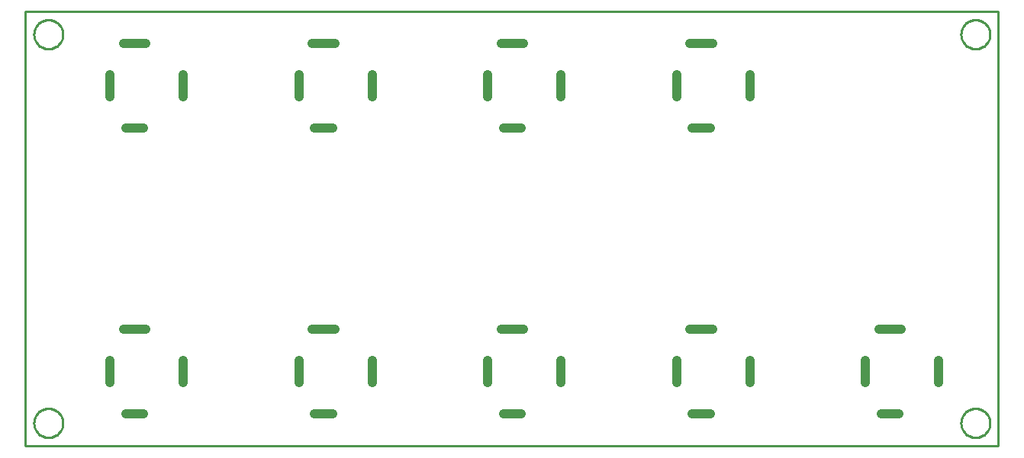
<source format=gko>
G04 EAGLE Gerber RS-274X export*
G75*
%MOMM*%
%FSLAX34Y34*%
%LPD*%
%INBoard Outline*%
%IPPOS*%
%AMOC8*
5,1,8,0,0,1.08239X$1,22.5*%
G01*
%ADD10C,0.000000*%
%ADD11C,1.000000*%
%ADD12C,0.254000*%


D10*
X1079500Y0D02*
X1079500Y482600D01*
X0Y482600D01*
X0Y0D01*
X1079500Y0D01*
X9334Y457200D02*
X9339Y457594D01*
X9353Y457988D01*
X9378Y458382D01*
X9411Y458775D01*
X9455Y459167D01*
X9508Y459557D01*
X9571Y459947D01*
X9643Y460334D01*
X9724Y460720D01*
X9815Y461104D01*
X9916Y461485D01*
X10026Y461864D01*
X10145Y462240D01*
X10273Y462612D01*
X10411Y462982D01*
X10557Y463348D01*
X10712Y463711D01*
X10877Y464069D01*
X11049Y464423D01*
X11231Y464773D01*
X11421Y465119D01*
X11620Y465460D01*
X11827Y465795D01*
X12042Y466126D01*
X12265Y466451D01*
X12496Y466771D01*
X12734Y467084D01*
X12981Y467392D01*
X13235Y467694D01*
X13496Y467989D01*
X13764Y468278D01*
X14040Y468560D01*
X14322Y468836D01*
X14611Y469104D01*
X14906Y469365D01*
X15208Y469619D01*
X15516Y469866D01*
X15829Y470104D01*
X16149Y470335D01*
X16474Y470558D01*
X16805Y470773D01*
X17140Y470980D01*
X17481Y471179D01*
X17827Y471369D01*
X18177Y471551D01*
X18531Y471723D01*
X18889Y471888D01*
X19252Y472043D01*
X19618Y472189D01*
X19988Y472327D01*
X20360Y472455D01*
X20736Y472574D01*
X21115Y472684D01*
X21496Y472785D01*
X21880Y472876D01*
X22266Y472957D01*
X22653Y473029D01*
X23043Y473092D01*
X23433Y473145D01*
X23825Y473189D01*
X24218Y473222D01*
X24612Y473247D01*
X25006Y473261D01*
X25400Y473266D01*
X25794Y473261D01*
X26188Y473247D01*
X26582Y473222D01*
X26975Y473189D01*
X27367Y473145D01*
X27757Y473092D01*
X28147Y473029D01*
X28534Y472957D01*
X28920Y472876D01*
X29304Y472785D01*
X29685Y472684D01*
X30064Y472574D01*
X30440Y472455D01*
X30812Y472327D01*
X31182Y472189D01*
X31548Y472043D01*
X31911Y471888D01*
X32269Y471723D01*
X32623Y471551D01*
X32973Y471369D01*
X33319Y471179D01*
X33660Y470980D01*
X33995Y470773D01*
X34326Y470558D01*
X34651Y470335D01*
X34971Y470104D01*
X35284Y469866D01*
X35592Y469619D01*
X35894Y469365D01*
X36189Y469104D01*
X36478Y468836D01*
X36760Y468560D01*
X37036Y468278D01*
X37304Y467989D01*
X37565Y467694D01*
X37819Y467392D01*
X38066Y467084D01*
X38304Y466771D01*
X38535Y466451D01*
X38758Y466126D01*
X38973Y465795D01*
X39180Y465460D01*
X39379Y465119D01*
X39569Y464773D01*
X39751Y464423D01*
X39923Y464069D01*
X40088Y463711D01*
X40243Y463348D01*
X40389Y462982D01*
X40527Y462612D01*
X40655Y462240D01*
X40774Y461864D01*
X40884Y461485D01*
X40985Y461104D01*
X41076Y460720D01*
X41157Y460334D01*
X41229Y459947D01*
X41292Y459557D01*
X41345Y459167D01*
X41389Y458775D01*
X41422Y458382D01*
X41447Y457988D01*
X41461Y457594D01*
X41466Y457200D01*
X41461Y456806D01*
X41447Y456412D01*
X41422Y456018D01*
X41389Y455625D01*
X41345Y455233D01*
X41292Y454843D01*
X41229Y454453D01*
X41157Y454066D01*
X41076Y453680D01*
X40985Y453296D01*
X40884Y452915D01*
X40774Y452536D01*
X40655Y452160D01*
X40527Y451788D01*
X40389Y451418D01*
X40243Y451052D01*
X40088Y450689D01*
X39923Y450331D01*
X39751Y449977D01*
X39569Y449627D01*
X39379Y449281D01*
X39180Y448940D01*
X38973Y448605D01*
X38758Y448274D01*
X38535Y447949D01*
X38304Y447629D01*
X38066Y447316D01*
X37819Y447008D01*
X37565Y446706D01*
X37304Y446411D01*
X37036Y446122D01*
X36760Y445840D01*
X36478Y445564D01*
X36189Y445296D01*
X35894Y445035D01*
X35592Y444781D01*
X35284Y444534D01*
X34971Y444296D01*
X34651Y444065D01*
X34326Y443842D01*
X33995Y443627D01*
X33660Y443420D01*
X33319Y443221D01*
X32973Y443031D01*
X32623Y442849D01*
X32269Y442677D01*
X31911Y442512D01*
X31548Y442357D01*
X31182Y442211D01*
X30812Y442073D01*
X30440Y441945D01*
X30064Y441826D01*
X29685Y441716D01*
X29304Y441615D01*
X28920Y441524D01*
X28534Y441443D01*
X28147Y441371D01*
X27757Y441308D01*
X27367Y441255D01*
X26975Y441211D01*
X26582Y441178D01*
X26188Y441153D01*
X25794Y441139D01*
X25400Y441134D01*
X25006Y441139D01*
X24612Y441153D01*
X24218Y441178D01*
X23825Y441211D01*
X23433Y441255D01*
X23043Y441308D01*
X22653Y441371D01*
X22266Y441443D01*
X21880Y441524D01*
X21496Y441615D01*
X21115Y441716D01*
X20736Y441826D01*
X20360Y441945D01*
X19988Y442073D01*
X19618Y442211D01*
X19252Y442357D01*
X18889Y442512D01*
X18531Y442677D01*
X18177Y442849D01*
X17827Y443031D01*
X17481Y443221D01*
X17140Y443420D01*
X16805Y443627D01*
X16474Y443842D01*
X16149Y444065D01*
X15829Y444296D01*
X15516Y444534D01*
X15208Y444781D01*
X14906Y445035D01*
X14611Y445296D01*
X14322Y445564D01*
X14040Y445840D01*
X13764Y446122D01*
X13496Y446411D01*
X13235Y446706D01*
X12981Y447008D01*
X12734Y447316D01*
X12496Y447629D01*
X12265Y447949D01*
X12042Y448274D01*
X11827Y448605D01*
X11620Y448940D01*
X11421Y449281D01*
X11231Y449627D01*
X11049Y449977D01*
X10877Y450331D01*
X10712Y450689D01*
X10557Y451052D01*
X10411Y451418D01*
X10273Y451788D01*
X10145Y452160D01*
X10026Y452536D01*
X9916Y452915D01*
X9815Y453296D01*
X9724Y453680D01*
X9643Y454066D01*
X9571Y454453D01*
X9508Y454843D01*
X9455Y455233D01*
X9411Y455625D01*
X9378Y456018D01*
X9353Y456412D01*
X9339Y456806D01*
X9334Y457200D01*
X9334Y25400D02*
X9339Y25794D01*
X9353Y26188D01*
X9378Y26582D01*
X9411Y26975D01*
X9455Y27367D01*
X9508Y27757D01*
X9571Y28147D01*
X9643Y28534D01*
X9724Y28920D01*
X9815Y29304D01*
X9916Y29685D01*
X10026Y30064D01*
X10145Y30440D01*
X10273Y30812D01*
X10411Y31182D01*
X10557Y31548D01*
X10712Y31911D01*
X10877Y32269D01*
X11049Y32623D01*
X11231Y32973D01*
X11421Y33319D01*
X11620Y33660D01*
X11827Y33995D01*
X12042Y34326D01*
X12265Y34651D01*
X12496Y34971D01*
X12734Y35284D01*
X12981Y35592D01*
X13235Y35894D01*
X13496Y36189D01*
X13764Y36478D01*
X14040Y36760D01*
X14322Y37036D01*
X14611Y37304D01*
X14906Y37565D01*
X15208Y37819D01*
X15516Y38066D01*
X15829Y38304D01*
X16149Y38535D01*
X16474Y38758D01*
X16805Y38973D01*
X17140Y39180D01*
X17481Y39379D01*
X17827Y39569D01*
X18177Y39751D01*
X18531Y39923D01*
X18889Y40088D01*
X19252Y40243D01*
X19618Y40389D01*
X19988Y40527D01*
X20360Y40655D01*
X20736Y40774D01*
X21115Y40884D01*
X21496Y40985D01*
X21880Y41076D01*
X22266Y41157D01*
X22653Y41229D01*
X23043Y41292D01*
X23433Y41345D01*
X23825Y41389D01*
X24218Y41422D01*
X24612Y41447D01*
X25006Y41461D01*
X25400Y41466D01*
X25794Y41461D01*
X26188Y41447D01*
X26582Y41422D01*
X26975Y41389D01*
X27367Y41345D01*
X27757Y41292D01*
X28147Y41229D01*
X28534Y41157D01*
X28920Y41076D01*
X29304Y40985D01*
X29685Y40884D01*
X30064Y40774D01*
X30440Y40655D01*
X30812Y40527D01*
X31182Y40389D01*
X31548Y40243D01*
X31911Y40088D01*
X32269Y39923D01*
X32623Y39751D01*
X32973Y39569D01*
X33319Y39379D01*
X33660Y39180D01*
X33995Y38973D01*
X34326Y38758D01*
X34651Y38535D01*
X34971Y38304D01*
X35284Y38066D01*
X35592Y37819D01*
X35894Y37565D01*
X36189Y37304D01*
X36478Y37036D01*
X36760Y36760D01*
X37036Y36478D01*
X37304Y36189D01*
X37565Y35894D01*
X37819Y35592D01*
X38066Y35284D01*
X38304Y34971D01*
X38535Y34651D01*
X38758Y34326D01*
X38973Y33995D01*
X39180Y33660D01*
X39379Y33319D01*
X39569Y32973D01*
X39751Y32623D01*
X39923Y32269D01*
X40088Y31911D01*
X40243Y31548D01*
X40389Y31182D01*
X40527Y30812D01*
X40655Y30440D01*
X40774Y30064D01*
X40884Y29685D01*
X40985Y29304D01*
X41076Y28920D01*
X41157Y28534D01*
X41229Y28147D01*
X41292Y27757D01*
X41345Y27367D01*
X41389Y26975D01*
X41422Y26582D01*
X41447Y26188D01*
X41461Y25794D01*
X41466Y25400D01*
X41461Y25006D01*
X41447Y24612D01*
X41422Y24218D01*
X41389Y23825D01*
X41345Y23433D01*
X41292Y23043D01*
X41229Y22653D01*
X41157Y22266D01*
X41076Y21880D01*
X40985Y21496D01*
X40884Y21115D01*
X40774Y20736D01*
X40655Y20360D01*
X40527Y19988D01*
X40389Y19618D01*
X40243Y19252D01*
X40088Y18889D01*
X39923Y18531D01*
X39751Y18177D01*
X39569Y17827D01*
X39379Y17481D01*
X39180Y17140D01*
X38973Y16805D01*
X38758Y16474D01*
X38535Y16149D01*
X38304Y15829D01*
X38066Y15516D01*
X37819Y15208D01*
X37565Y14906D01*
X37304Y14611D01*
X37036Y14322D01*
X36760Y14040D01*
X36478Y13764D01*
X36189Y13496D01*
X35894Y13235D01*
X35592Y12981D01*
X35284Y12734D01*
X34971Y12496D01*
X34651Y12265D01*
X34326Y12042D01*
X33995Y11827D01*
X33660Y11620D01*
X33319Y11421D01*
X32973Y11231D01*
X32623Y11049D01*
X32269Y10877D01*
X31911Y10712D01*
X31548Y10557D01*
X31182Y10411D01*
X30812Y10273D01*
X30440Y10145D01*
X30064Y10026D01*
X29685Y9916D01*
X29304Y9815D01*
X28920Y9724D01*
X28534Y9643D01*
X28147Y9571D01*
X27757Y9508D01*
X27367Y9455D01*
X26975Y9411D01*
X26582Y9378D01*
X26188Y9353D01*
X25794Y9339D01*
X25400Y9334D01*
X25006Y9339D01*
X24612Y9353D01*
X24218Y9378D01*
X23825Y9411D01*
X23433Y9455D01*
X23043Y9508D01*
X22653Y9571D01*
X22266Y9643D01*
X21880Y9724D01*
X21496Y9815D01*
X21115Y9916D01*
X20736Y10026D01*
X20360Y10145D01*
X19988Y10273D01*
X19618Y10411D01*
X19252Y10557D01*
X18889Y10712D01*
X18531Y10877D01*
X18177Y11049D01*
X17827Y11231D01*
X17481Y11421D01*
X17140Y11620D01*
X16805Y11827D01*
X16474Y12042D01*
X16149Y12265D01*
X15829Y12496D01*
X15516Y12734D01*
X15208Y12981D01*
X14906Y13235D01*
X14611Y13496D01*
X14322Y13764D01*
X14040Y14040D01*
X13764Y14322D01*
X13496Y14611D01*
X13235Y14906D01*
X12981Y15208D01*
X12734Y15516D01*
X12496Y15829D01*
X12265Y16149D01*
X12042Y16474D01*
X11827Y16805D01*
X11620Y17140D01*
X11421Y17481D01*
X11231Y17827D01*
X11049Y18177D01*
X10877Y18531D01*
X10712Y18889D01*
X10557Y19252D01*
X10411Y19618D01*
X10273Y19988D01*
X10145Y20360D01*
X10026Y20736D01*
X9916Y21115D01*
X9815Y21496D01*
X9724Y21880D01*
X9643Y22266D01*
X9571Y22653D01*
X9508Y23043D01*
X9455Y23433D01*
X9411Y23825D01*
X9378Y24218D01*
X9353Y24612D01*
X9339Y25006D01*
X9334Y25400D01*
X1038034Y25400D02*
X1038039Y25794D01*
X1038053Y26188D01*
X1038078Y26582D01*
X1038111Y26975D01*
X1038155Y27367D01*
X1038208Y27757D01*
X1038271Y28147D01*
X1038343Y28534D01*
X1038424Y28920D01*
X1038515Y29304D01*
X1038616Y29685D01*
X1038726Y30064D01*
X1038845Y30440D01*
X1038973Y30812D01*
X1039111Y31182D01*
X1039257Y31548D01*
X1039412Y31911D01*
X1039577Y32269D01*
X1039749Y32623D01*
X1039931Y32973D01*
X1040121Y33319D01*
X1040320Y33660D01*
X1040527Y33995D01*
X1040742Y34326D01*
X1040965Y34651D01*
X1041196Y34971D01*
X1041434Y35284D01*
X1041681Y35592D01*
X1041935Y35894D01*
X1042196Y36189D01*
X1042464Y36478D01*
X1042740Y36760D01*
X1043022Y37036D01*
X1043311Y37304D01*
X1043606Y37565D01*
X1043908Y37819D01*
X1044216Y38066D01*
X1044529Y38304D01*
X1044849Y38535D01*
X1045174Y38758D01*
X1045505Y38973D01*
X1045840Y39180D01*
X1046181Y39379D01*
X1046527Y39569D01*
X1046877Y39751D01*
X1047231Y39923D01*
X1047589Y40088D01*
X1047952Y40243D01*
X1048318Y40389D01*
X1048688Y40527D01*
X1049060Y40655D01*
X1049436Y40774D01*
X1049815Y40884D01*
X1050196Y40985D01*
X1050580Y41076D01*
X1050966Y41157D01*
X1051353Y41229D01*
X1051743Y41292D01*
X1052133Y41345D01*
X1052525Y41389D01*
X1052918Y41422D01*
X1053312Y41447D01*
X1053706Y41461D01*
X1054100Y41466D01*
X1054494Y41461D01*
X1054888Y41447D01*
X1055282Y41422D01*
X1055675Y41389D01*
X1056067Y41345D01*
X1056457Y41292D01*
X1056847Y41229D01*
X1057234Y41157D01*
X1057620Y41076D01*
X1058004Y40985D01*
X1058385Y40884D01*
X1058764Y40774D01*
X1059140Y40655D01*
X1059512Y40527D01*
X1059882Y40389D01*
X1060248Y40243D01*
X1060611Y40088D01*
X1060969Y39923D01*
X1061323Y39751D01*
X1061673Y39569D01*
X1062019Y39379D01*
X1062360Y39180D01*
X1062695Y38973D01*
X1063026Y38758D01*
X1063351Y38535D01*
X1063671Y38304D01*
X1063984Y38066D01*
X1064292Y37819D01*
X1064594Y37565D01*
X1064889Y37304D01*
X1065178Y37036D01*
X1065460Y36760D01*
X1065736Y36478D01*
X1066004Y36189D01*
X1066265Y35894D01*
X1066519Y35592D01*
X1066766Y35284D01*
X1067004Y34971D01*
X1067235Y34651D01*
X1067458Y34326D01*
X1067673Y33995D01*
X1067880Y33660D01*
X1068079Y33319D01*
X1068269Y32973D01*
X1068451Y32623D01*
X1068623Y32269D01*
X1068788Y31911D01*
X1068943Y31548D01*
X1069089Y31182D01*
X1069227Y30812D01*
X1069355Y30440D01*
X1069474Y30064D01*
X1069584Y29685D01*
X1069685Y29304D01*
X1069776Y28920D01*
X1069857Y28534D01*
X1069929Y28147D01*
X1069992Y27757D01*
X1070045Y27367D01*
X1070089Y26975D01*
X1070122Y26582D01*
X1070147Y26188D01*
X1070161Y25794D01*
X1070166Y25400D01*
X1070161Y25006D01*
X1070147Y24612D01*
X1070122Y24218D01*
X1070089Y23825D01*
X1070045Y23433D01*
X1069992Y23043D01*
X1069929Y22653D01*
X1069857Y22266D01*
X1069776Y21880D01*
X1069685Y21496D01*
X1069584Y21115D01*
X1069474Y20736D01*
X1069355Y20360D01*
X1069227Y19988D01*
X1069089Y19618D01*
X1068943Y19252D01*
X1068788Y18889D01*
X1068623Y18531D01*
X1068451Y18177D01*
X1068269Y17827D01*
X1068079Y17481D01*
X1067880Y17140D01*
X1067673Y16805D01*
X1067458Y16474D01*
X1067235Y16149D01*
X1067004Y15829D01*
X1066766Y15516D01*
X1066519Y15208D01*
X1066265Y14906D01*
X1066004Y14611D01*
X1065736Y14322D01*
X1065460Y14040D01*
X1065178Y13764D01*
X1064889Y13496D01*
X1064594Y13235D01*
X1064292Y12981D01*
X1063984Y12734D01*
X1063671Y12496D01*
X1063351Y12265D01*
X1063026Y12042D01*
X1062695Y11827D01*
X1062360Y11620D01*
X1062019Y11421D01*
X1061673Y11231D01*
X1061323Y11049D01*
X1060969Y10877D01*
X1060611Y10712D01*
X1060248Y10557D01*
X1059882Y10411D01*
X1059512Y10273D01*
X1059140Y10145D01*
X1058764Y10026D01*
X1058385Y9916D01*
X1058004Y9815D01*
X1057620Y9724D01*
X1057234Y9643D01*
X1056847Y9571D01*
X1056457Y9508D01*
X1056067Y9455D01*
X1055675Y9411D01*
X1055282Y9378D01*
X1054888Y9353D01*
X1054494Y9339D01*
X1054100Y9334D01*
X1053706Y9339D01*
X1053312Y9353D01*
X1052918Y9378D01*
X1052525Y9411D01*
X1052133Y9455D01*
X1051743Y9508D01*
X1051353Y9571D01*
X1050966Y9643D01*
X1050580Y9724D01*
X1050196Y9815D01*
X1049815Y9916D01*
X1049436Y10026D01*
X1049060Y10145D01*
X1048688Y10273D01*
X1048318Y10411D01*
X1047952Y10557D01*
X1047589Y10712D01*
X1047231Y10877D01*
X1046877Y11049D01*
X1046527Y11231D01*
X1046181Y11421D01*
X1045840Y11620D01*
X1045505Y11827D01*
X1045174Y12042D01*
X1044849Y12265D01*
X1044529Y12496D01*
X1044216Y12734D01*
X1043908Y12981D01*
X1043606Y13235D01*
X1043311Y13496D01*
X1043022Y13764D01*
X1042740Y14040D01*
X1042464Y14322D01*
X1042196Y14611D01*
X1041935Y14906D01*
X1041681Y15208D01*
X1041434Y15516D01*
X1041196Y15829D01*
X1040965Y16149D01*
X1040742Y16474D01*
X1040527Y16805D01*
X1040320Y17140D01*
X1040121Y17481D01*
X1039931Y17827D01*
X1039749Y18177D01*
X1039577Y18531D01*
X1039412Y18889D01*
X1039257Y19252D01*
X1039111Y19618D01*
X1038973Y19988D01*
X1038845Y20360D01*
X1038726Y20736D01*
X1038616Y21115D01*
X1038515Y21496D01*
X1038424Y21880D01*
X1038343Y22266D01*
X1038271Y22653D01*
X1038208Y23043D01*
X1038155Y23433D01*
X1038111Y23825D01*
X1038078Y24218D01*
X1038053Y24612D01*
X1038039Y25006D01*
X1038034Y25400D01*
X1038034Y457200D02*
X1038039Y457594D01*
X1038053Y457988D01*
X1038078Y458382D01*
X1038111Y458775D01*
X1038155Y459167D01*
X1038208Y459557D01*
X1038271Y459947D01*
X1038343Y460334D01*
X1038424Y460720D01*
X1038515Y461104D01*
X1038616Y461485D01*
X1038726Y461864D01*
X1038845Y462240D01*
X1038973Y462612D01*
X1039111Y462982D01*
X1039257Y463348D01*
X1039412Y463711D01*
X1039577Y464069D01*
X1039749Y464423D01*
X1039931Y464773D01*
X1040121Y465119D01*
X1040320Y465460D01*
X1040527Y465795D01*
X1040742Y466126D01*
X1040965Y466451D01*
X1041196Y466771D01*
X1041434Y467084D01*
X1041681Y467392D01*
X1041935Y467694D01*
X1042196Y467989D01*
X1042464Y468278D01*
X1042740Y468560D01*
X1043022Y468836D01*
X1043311Y469104D01*
X1043606Y469365D01*
X1043908Y469619D01*
X1044216Y469866D01*
X1044529Y470104D01*
X1044849Y470335D01*
X1045174Y470558D01*
X1045505Y470773D01*
X1045840Y470980D01*
X1046181Y471179D01*
X1046527Y471369D01*
X1046877Y471551D01*
X1047231Y471723D01*
X1047589Y471888D01*
X1047952Y472043D01*
X1048318Y472189D01*
X1048688Y472327D01*
X1049060Y472455D01*
X1049436Y472574D01*
X1049815Y472684D01*
X1050196Y472785D01*
X1050580Y472876D01*
X1050966Y472957D01*
X1051353Y473029D01*
X1051743Y473092D01*
X1052133Y473145D01*
X1052525Y473189D01*
X1052918Y473222D01*
X1053312Y473247D01*
X1053706Y473261D01*
X1054100Y473266D01*
X1054494Y473261D01*
X1054888Y473247D01*
X1055282Y473222D01*
X1055675Y473189D01*
X1056067Y473145D01*
X1056457Y473092D01*
X1056847Y473029D01*
X1057234Y472957D01*
X1057620Y472876D01*
X1058004Y472785D01*
X1058385Y472684D01*
X1058764Y472574D01*
X1059140Y472455D01*
X1059512Y472327D01*
X1059882Y472189D01*
X1060248Y472043D01*
X1060611Y471888D01*
X1060969Y471723D01*
X1061323Y471551D01*
X1061673Y471369D01*
X1062019Y471179D01*
X1062360Y470980D01*
X1062695Y470773D01*
X1063026Y470558D01*
X1063351Y470335D01*
X1063671Y470104D01*
X1063984Y469866D01*
X1064292Y469619D01*
X1064594Y469365D01*
X1064889Y469104D01*
X1065178Y468836D01*
X1065460Y468560D01*
X1065736Y468278D01*
X1066004Y467989D01*
X1066265Y467694D01*
X1066519Y467392D01*
X1066766Y467084D01*
X1067004Y466771D01*
X1067235Y466451D01*
X1067458Y466126D01*
X1067673Y465795D01*
X1067880Y465460D01*
X1068079Y465119D01*
X1068269Y464773D01*
X1068451Y464423D01*
X1068623Y464069D01*
X1068788Y463711D01*
X1068943Y463348D01*
X1069089Y462982D01*
X1069227Y462612D01*
X1069355Y462240D01*
X1069474Y461864D01*
X1069584Y461485D01*
X1069685Y461104D01*
X1069776Y460720D01*
X1069857Y460334D01*
X1069929Y459947D01*
X1069992Y459557D01*
X1070045Y459167D01*
X1070089Y458775D01*
X1070122Y458382D01*
X1070147Y457988D01*
X1070161Y457594D01*
X1070166Y457200D01*
X1070161Y456806D01*
X1070147Y456412D01*
X1070122Y456018D01*
X1070089Y455625D01*
X1070045Y455233D01*
X1069992Y454843D01*
X1069929Y454453D01*
X1069857Y454066D01*
X1069776Y453680D01*
X1069685Y453296D01*
X1069584Y452915D01*
X1069474Y452536D01*
X1069355Y452160D01*
X1069227Y451788D01*
X1069089Y451418D01*
X1068943Y451052D01*
X1068788Y450689D01*
X1068623Y450331D01*
X1068451Y449977D01*
X1068269Y449627D01*
X1068079Y449281D01*
X1067880Y448940D01*
X1067673Y448605D01*
X1067458Y448274D01*
X1067235Y447949D01*
X1067004Y447629D01*
X1066766Y447316D01*
X1066519Y447008D01*
X1066265Y446706D01*
X1066004Y446411D01*
X1065736Y446122D01*
X1065460Y445840D01*
X1065178Y445564D01*
X1064889Y445296D01*
X1064594Y445035D01*
X1064292Y444781D01*
X1063984Y444534D01*
X1063671Y444296D01*
X1063351Y444065D01*
X1063026Y443842D01*
X1062695Y443627D01*
X1062360Y443420D01*
X1062019Y443221D01*
X1061673Y443031D01*
X1061323Y442849D01*
X1060969Y442677D01*
X1060611Y442512D01*
X1060248Y442357D01*
X1059882Y442211D01*
X1059512Y442073D01*
X1059140Y441945D01*
X1058764Y441826D01*
X1058385Y441716D01*
X1058004Y441615D01*
X1057620Y441524D01*
X1057234Y441443D01*
X1056847Y441371D01*
X1056457Y441308D01*
X1056067Y441255D01*
X1055675Y441211D01*
X1055282Y441178D01*
X1054888Y441153D01*
X1054494Y441139D01*
X1054100Y441134D01*
X1053706Y441139D01*
X1053312Y441153D01*
X1052918Y441178D01*
X1052525Y441211D01*
X1052133Y441255D01*
X1051743Y441308D01*
X1051353Y441371D01*
X1050966Y441443D01*
X1050580Y441524D01*
X1050196Y441615D01*
X1049815Y441716D01*
X1049436Y441826D01*
X1049060Y441945D01*
X1048688Y442073D01*
X1048318Y442211D01*
X1047952Y442357D01*
X1047589Y442512D01*
X1047231Y442677D01*
X1046877Y442849D01*
X1046527Y443031D01*
X1046181Y443221D01*
X1045840Y443420D01*
X1045505Y443627D01*
X1045174Y443842D01*
X1044849Y444065D01*
X1044529Y444296D01*
X1044216Y444534D01*
X1043908Y444781D01*
X1043606Y445035D01*
X1043311Y445296D01*
X1043022Y445564D01*
X1042740Y445840D01*
X1042464Y446122D01*
X1042196Y446411D01*
X1041935Y446706D01*
X1041681Y447008D01*
X1041434Y447316D01*
X1041196Y447629D01*
X1040965Y447949D01*
X1040742Y448274D01*
X1040527Y448605D01*
X1040320Y448940D01*
X1040121Y449281D01*
X1039931Y449627D01*
X1039749Y449977D01*
X1039577Y450331D01*
X1039412Y450689D01*
X1039257Y451052D01*
X1039111Y451418D01*
X1038973Y451788D01*
X1038845Y452160D01*
X1038726Y452536D01*
X1038616Y452915D01*
X1038515Y453296D01*
X1038424Y453680D01*
X1038343Y454066D01*
X1038271Y454453D01*
X1038208Y454843D01*
X1038155Y455233D01*
X1038111Y455625D01*
X1038078Y456018D01*
X1038053Y456412D01*
X1038039Y456806D01*
X1038034Y457200D01*
D11*
X552600Y129550D02*
X527600Y129550D01*
X513100Y95050D02*
X513100Y70050D01*
X530100Y35550D02*
X550100Y35550D01*
X594100Y70050D02*
X594100Y95050D01*
X133500Y447050D02*
X108500Y447050D01*
X94000Y412550D02*
X94000Y387550D01*
X111000Y353050D02*
X131000Y353050D01*
X175000Y387550D02*
X175000Y412550D01*
X737150Y129550D02*
X762150Y129550D01*
X722650Y95050D02*
X722650Y70050D01*
X739650Y35550D02*
X759650Y35550D01*
X803650Y70050D02*
X803650Y95050D01*
X343050Y447050D02*
X318050Y447050D01*
X303550Y412550D02*
X303550Y387550D01*
X320550Y353050D02*
X340550Y353050D01*
X384550Y387550D02*
X384550Y412550D01*
X527600Y447050D02*
X552600Y447050D01*
X513100Y412550D02*
X513100Y387550D01*
X530100Y353050D02*
X550100Y353050D01*
X594100Y387550D02*
X594100Y412550D01*
X737150Y447050D02*
X762150Y447050D01*
X722650Y412550D02*
X722650Y387550D01*
X739650Y353050D02*
X759650Y353050D01*
X803650Y387550D02*
X803650Y412550D01*
X133500Y129550D02*
X108500Y129550D01*
X94000Y95050D02*
X94000Y70050D01*
X111000Y35550D02*
X131000Y35550D01*
X175000Y70050D02*
X175000Y95050D01*
X318050Y129550D02*
X343050Y129550D01*
X303550Y95050D02*
X303550Y70050D01*
X320550Y35550D02*
X340550Y35550D01*
X384550Y70050D02*
X384550Y95050D01*
X946700Y129550D02*
X971700Y129550D01*
X932200Y95050D02*
X932200Y70050D01*
X949200Y35550D02*
X969200Y35550D01*
X1013200Y70050D02*
X1013200Y95050D01*
D12*
X0Y0D02*
X1079500Y0D01*
X1079500Y482600D01*
X0Y482600D01*
X0Y0D01*
X41466Y456674D02*
X41397Y455624D01*
X41259Y454582D01*
X41054Y453550D01*
X40782Y452534D01*
X40444Y451538D01*
X40041Y450566D01*
X39576Y449623D01*
X39050Y448712D01*
X38466Y447837D01*
X37825Y447003D01*
X37132Y446212D01*
X36388Y445468D01*
X35597Y444775D01*
X34763Y444134D01*
X33888Y443550D01*
X32977Y443024D01*
X32034Y442559D01*
X31062Y442156D01*
X30066Y441818D01*
X29050Y441546D01*
X28018Y441341D01*
X26976Y441203D01*
X25926Y441135D01*
X24874Y441135D01*
X23824Y441203D01*
X22782Y441341D01*
X21750Y441546D01*
X20734Y441818D01*
X19738Y442156D01*
X18766Y442559D01*
X17823Y443024D01*
X16912Y443550D01*
X16037Y444134D01*
X15203Y444775D01*
X14412Y445468D01*
X13668Y446212D01*
X12975Y447003D01*
X12334Y447837D01*
X11750Y448712D01*
X11224Y449623D01*
X10759Y450566D01*
X10356Y451538D01*
X10018Y452534D01*
X9746Y453550D01*
X9541Y454582D01*
X9403Y455624D01*
X9335Y456674D01*
X9335Y457726D01*
X9403Y458776D01*
X9541Y459818D01*
X9746Y460850D01*
X10018Y461866D01*
X10356Y462862D01*
X10759Y463834D01*
X11224Y464777D01*
X11750Y465688D01*
X12334Y466563D01*
X12975Y467397D01*
X13668Y468188D01*
X14412Y468932D01*
X15203Y469625D01*
X16037Y470266D01*
X16912Y470850D01*
X17823Y471376D01*
X18766Y471841D01*
X19738Y472244D01*
X20734Y472582D01*
X21750Y472854D01*
X22782Y473059D01*
X23824Y473197D01*
X24874Y473266D01*
X25926Y473266D01*
X26976Y473197D01*
X28018Y473059D01*
X29050Y472854D01*
X30066Y472582D01*
X31062Y472244D01*
X32034Y471841D01*
X32977Y471376D01*
X33888Y470850D01*
X34763Y470266D01*
X35597Y469625D01*
X36388Y468932D01*
X37132Y468188D01*
X37825Y467397D01*
X38466Y466563D01*
X39050Y465688D01*
X39576Y464777D01*
X40041Y463834D01*
X40444Y462862D01*
X40782Y461866D01*
X41054Y460850D01*
X41259Y459818D01*
X41397Y458776D01*
X41466Y457726D01*
X41466Y456674D01*
X41466Y24874D02*
X41397Y23824D01*
X41259Y22782D01*
X41054Y21750D01*
X40782Y20734D01*
X40444Y19738D01*
X40041Y18766D01*
X39576Y17823D01*
X39050Y16912D01*
X38466Y16037D01*
X37825Y15203D01*
X37132Y14412D01*
X36388Y13668D01*
X35597Y12975D01*
X34763Y12334D01*
X33888Y11750D01*
X32977Y11224D01*
X32034Y10759D01*
X31062Y10356D01*
X30066Y10018D01*
X29050Y9746D01*
X28018Y9541D01*
X26976Y9403D01*
X25926Y9335D01*
X24874Y9335D01*
X23824Y9403D01*
X22782Y9541D01*
X21750Y9746D01*
X20734Y10018D01*
X19738Y10356D01*
X18766Y10759D01*
X17823Y11224D01*
X16912Y11750D01*
X16037Y12334D01*
X15203Y12975D01*
X14412Y13668D01*
X13668Y14412D01*
X12975Y15203D01*
X12334Y16037D01*
X11750Y16912D01*
X11224Y17823D01*
X10759Y18766D01*
X10356Y19738D01*
X10018Y20734D01*
X9746Y21750D01*
X9541Y22782D01*
X9403Y23824D01*
X9335Y24874D01*
X9335Y25926D01*
X9403Y26976D01*
X9541Y28018D01*
X9746Y29050D01*
X10018Y30066D01*
X10356Y31062D01*
X10759Y32034D01*
X11224Y32977D01*
X11750Y33888D01*
X12334Y34763D01*
X12975Y35597D01*
X13668Y36388D01*
X14412Y37132D01*
X15203Y37825D01*
X16037Y38466D01*
X16912Y39050D01*
X17823Y39576D01*
X18766Y40041D01*
X19738Y40444D01*
X20734Y40782D01*
X21750Y41054D01*
X22782Y41259D01*
X23824Y41397D01*
X24874Y41466D01*
X25926Y41466D01*
X26976Y41397D01*
X28018Y41259D01*
X29050Y41054D01*
X30066Y40782D01*
X31062Y40444D01*
X32034Y40041D01*
X32977Y39576D01*
X33888Y39050D01*
X34763Y38466D01*
X35597Y37825D01*
X36388Y37132D01*
X37132Y36388D01*
X37825Y35597D01*
X38466Y34763D01*
X39050Y33888D01*
X39576Y32977D01*
X40041Y32034D01*
X40444Y31062D01*
X40782Y30066D01*
X41054Y29050D01*
X41259Y28018D01*
X41397Y26976D01*
X41466Y25926D01*
X41466Y24874D01*
X1070166Y24874D02*
X1070097Y23824D01*
X1069959Y22782D01*
X1069754Y21750D01*
X1069482Y20734D01*
X1069144Y19738D01*
X1068741Y18766D01*
X1068276Y17823D01*
X1067750Y16912D01*
X1067166Y16037D01*
X1066525Y15203D01*
X1065832Y14412D01*
X1065088Y13668D01*
X1064297Y12975D01*
X1063463Y12334D01*
X1062588Y11750D01*
X1061677Y11224D01*
X1060734Y10759D01*
X1059762Y10356D01*
X1058766Y10018D01*
X1057750Y9746D01*
X1056718Y9541D01*
X1055676Y9403D01*
X1054626Y9335D01*
X1053574Y9335D01*
X1052524Y9403D01*
X1051482Y9541D01*
X1050450Y9746D01*
X1049434Y10018D01*
X1048438Y10356D01*
X1047466Y10759D01*
X1046523Y11224D01*
X1045612Y11750D01*
X1044737Y12334D01*
X1043903Y12975D01*
X1043112Y13668D01*
X1042368Y14412D01*
X1041675Y15203D01*
X1041034Y16037D01*
X1040450Y16912D01*
X1039924Y17823D01*
X1039459Y18766D01*
X1039056Y19738D01*
X1038718Y20734D01*
X1038446Y21750D01*
X1038241Y22782D01*
X1038103Y23824D01*
X1038035Y24874D01*
X1038035Y25926D01*
X1038103Y26976D01*
X1038241Y28018D01*
X1038446Y29050D01*
X1038718Y30066D01*
X1039056Y31062D01*
X1039459Y32034D01*
X1039924Y32977D01*
X1040450Y33888D01*
X1041034Y34763D01*
X1041675Y35597D01*
X1042368Y36388D01*
X1043112Y37132D01*
X1043903Y37825D01*
X1044737Y38466D01*
X1045612Y39050D01*
X1046523Y39576D01*
X1047466Y40041D01*
X1048438Y40444D01*
X1049434Y40782D01*
X1050450Y41054D01*
X1051482Y41259D01*
X1052524Y41397D01*
X1053574Y41466D01*
X1054626Y41466D01*
X1055676Y41397D01*
X1056718Y41259D01*
X1057750Y41054D01*
X1058766Y40782D01*
X1059762Y40444D01*
X1060734Y40041D01*
X1061677Y39576D01*
X1062588Y39050D01*
X1063463Y38466D01*
X1064297Y37825D01*
X1065088Y37132D01*
X1065832Y36388D01*
X1066525Y35597D01*
X1067166Y34763D01*
X1067750Y33888D01*
X1068276Y32977D01*
X1068741Y32034D01*
X1069144Y31062D01*
X1069482Y30066D01*
X1069754Y29050D01*
X1069959Y28018D01*
X1070097Y26976D01*
X1070166Y25926D01*
X1070166Y24874D01*
X1070166Y456674D02*
X1070097Y455624D01*
X1069959Y454582D01*
X1069754Y453550D01*
X1069482Y452534D01*
X1069144Y451538D01*
X1068741Y450566D01*
X1068276Y449623D01*
X1067750Y448712D01*
X1067166Y447837D01*
X1066525Y447003D01*
X1065832Y446212D01*
X1065088Y445468D01*
X1064297Y444775D01*
X1063463Y444134D01*
X1062588Y443550D01*
X1061677Y443024D01*
X1060734Y442559D01*
X1059762Y442156D01*
X1058766Y441818D01*
X1057750Y441546D01*
X1056718Y441341D01*
X1055676Y441203D01*
X1054626Y441135D01*
X1053574Y441135D01*
X1052524Y441203D01*
X1051482Y441341D01*
X1050450Y441546D01*
X1049434Y441818D01*
X1048438Y442156D01*
X1047466Y442559D01*
X1046523Y443024D01*
X1045612Y443550D01*
X1044737Y444134D01*
X1043903Y444775D01*
X1043112Y445468D01*
X1042368Y446212D01*
X1041675Y447003D01*
X1041034Y447837D01*
X1040450Y448712D01*
X1039924Y449623D01*
X1039459Y450566D01*
X1039056Y451538D01*
X1038718Y452534D01*
X1038446Y453550D01*
X1038241Y454582D01*
X1038103Y455624D01*
X1038035Y456674D01*
X1038035Y457726D01*
X1038103Y458776D01*
X1038241Y459818D01*
X1038446Y460850D01*
X1038718Y461866D01*
X1039056Y462862D01*
X1039459Y463834D01*
X1039924Y464777D01*
X1040450Y465688D01*
X1041034Y466563D01*
X1041675Y467397D01*
X1042368Y468188D01*
X1043112Y468932D01*
X1043903Y469625D01*
X1044737Y470266D01*
X1045612Y470850D01*
X1046523Y471376D01*
X1047466Y471841D01*
X1048438Y472244D01*
X1049434Y472582D01*
X1050450Y472854D01*
X1051482Y473059D01*
X1052524Y473197D01*
X1053574Y473266D01*
X1054626Y473266D01*
X1055676Y473197D01*
X1056718Y473059D01*
X1057750Y472854D01*
X1058766Y472582D01*
X1059762Y472244D01*
X1060734Y471841D01*
X1061677Y471376D01*
X1062588Y470850D01*
X1063463Y470266D01*
X1064297Y469625D01*
X1065088Y468932D01*
X1065832Y468188D01*
X1066525Y467397D01*
X1067166Y466563D01*
X1067750Y465688D01*
X1068276Y464777D01*
X1068741Y463834D01*
X1069144Y462862D01*
X1069482Y461866D01*
X1069754Y460850D01*
X1069959Y459818D01*
X1070097Y458776D01*
X1070166Y457726D01*
X1070166Y456674D01*
M02*

</source>
